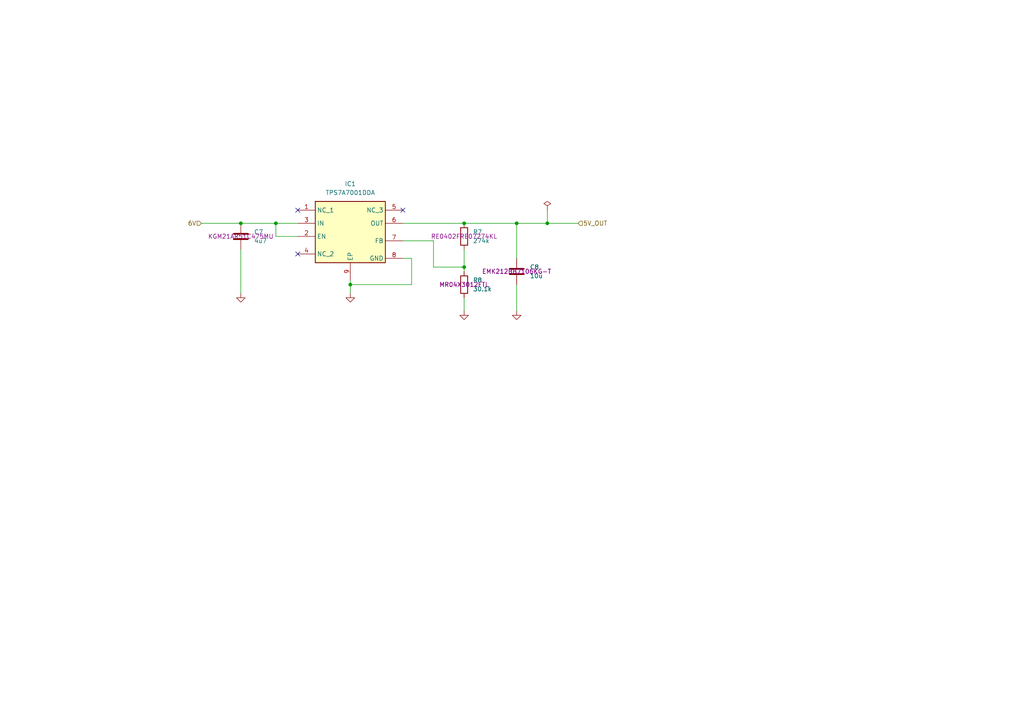
<source format=kicad_sch>
(kicad_sch
	(version 20250114)
	(generator "eeschema")
	(generator_version "9.0")
	(uuid "82e61f48-71fa-4a10-89db-1556a7eafa91")
	(paper "A4")
	(lib_symbols
		(symbol "Device:C"
			(pin_numbers
				(hide yes)
			)
			(pin_names
				(offset 0.254)
			)
			(exclude_from_sim no)
			(in_bom yes)
			(on_board yes)
			(property "Reference" "C"
				(at 0.635 2.54 0)
				(effects
					(font
						(size 1.27 1.27)
					)
					(justify left)
				)
			)
			(property "Value" "C"
				(at 0.635 -2.54 0)
				(effects
					(font
						(size 1.27 1.27)
					)
					(justify left)
				)
			)
			(property "Footprint" ""
				(at 0.9652 -3.81 0)
				(effects
					(font
						(size 1.27 1.27)
					)
					(hide yes)
				)
			)
			(property "Datasheet" "~"
				(at 0 0 0)
				(effects
					(font
						(size 1.27 1.27)
					)
					(hide yes)
				)
			)
			(property "Description" "Unpolarized capacitor"
				(at 0 0 0)
				(effects
					(font
						(size 1.27 1.27)
					)
					(hide yes)
				)
			)
			(property "ki_keywords" "cap capacitor"
				(at 0 0 0)
				(effects
					(font
						(size 1.27 1.27)
					)
					(hide yes)
				)
			)
			(property "ki_fp_filters" "C_*"
				(at 0 0 0)
				(effects
					(font
						(size 1.27 1.27)
					)
					(hide yes)
				)
			)
			(symbol "C_0_1"
				(polyline
					(pts
						(xy -2.032 0.762) (xy 2.032 0.762)
					)
					(stroke
						(width 0.508)
						(type default)
					)
					(fill
						(type none)
					)
				)
				(polyline
					(pts
						(xy -2.032 -0.762) (xy 2.032 -0.762)
					)
					(stroke
						(width 0.508)
						(type default)
					)
					(fill
						(type none)
					)
				)
			)
			(symbol "C_1_1"
				(pin passive line
					(at 0 3.81 270)
					(length 2.794)
					(name "~"
						(effects
							(font
								(size 1.27 1.27)
							)
						)
					)
					(number "1"
						(effects
							(font
								(size 1.27 1.27)
							)
						)
					)
				)
				(pin passive line
					(at 0 -3.81 90)
					(length 2.794)
					(name "~"
						(effects
							(font
								(size 1.27 1.27)
							)
						)
					)
					(number "2"
						(effects
							(font
								(size 1.27 1.27)
							)
						)
					)
				)
			)
			(embedded_fonts no)
		)
		(symbol "Device:R"
			(pin_numbers
				(hide yes)
			)
			(pin_names
				(offset 0)
			)
			(exclude_from_sim no)
			(in_bom yes)
			(on_board yes)
			(property "Reference" "R"
				(at 2.032 0 90)
				(effects
					(font
						(size 1.27 1.27)
					)
				)
			)
			(property "Value" "R"
				(at 0 0 90)
				(effects
					(font
						(size 1.27 1.27)
					)
				)
			)
			(property "Footprint" ""
				(at -1.778 0 90)
				(effects
					(font
						(size 1.27 1.27)
					)
					(hide yes)
				)
			)
			(property "Datasheet" "~"
				(at 0 0 0)
				(effects
					(font
						(size 1.27 1.27)
					)
					(hide yes)
				)
			)
			(property "Description" "Resistor"
				(at 0 0 0)
				(effects
					(font
						(size 1.27 1.27)
					)
					(hide yes)
				)
			)
			(property "ki_keywords" "R res resistor"
				(at 0 0 0)
				(effects
					(font
						(size 1.27 1.27)
					)
					(hide yes)
				)
			)
			(property "ki_fp_filters" "R_*"
				(at 0 0 0)
				(effects
					(font
						(size 1.27 1.27)
					)
					(hide yes)
				)
			)
			(symbol "R_0_1"
				(rectangle
					(start -1.016 -2.54)
					(end 1.016 2.54)
					(stroke
						(width 0.254)
						(type default)
					)
					(fill
						(type none)
					)
				)
			)
			(symbol "R_1_1"
				(pin passive line
					(at 0 3.81 270)
					(length 1.27)
					(name "~"
						(effects
							(font
								(size 1.27 1.27)
							)
						)
					)
					(number "1"
						(effects
							(font
								(size 1.27 1.27)
							)
						)
					)
				)
				(pin passive line
					(at 0 -3.81 90)
					(length 1.27)
					(name "~"
						(effects
							(font
								(size 1.27 1.27)
							)
						)
					)
					(number "2"
						(effects
							(font
								(size 1.27 1.27)
							)
						)
					)
				)
			)
			(embedded_fonts no)
		)
		(symbol "Smart_helmet:TPS7A7001DDA"
			(exclude_from_sim no)
			(in_bom yes)
			(on_board yes)
			(property "Reference" "IC"
				(at 26.67 7.62 0)
				(effects
					(font
						(size 1.27 1.27)
					)
					(justify left top)
				)
			)
			(property "Value" "TPS7A7001DDA"
				(at 26.67 5.08 0)
				(effects
					(font
						(size 1.27 1.27)
					)
					(justify left top)
				)
			)
			(property "Footprint" "SOIC127P600X170-9N"
				(at 26.67 -94.92 0)
				(effects
					(font
						(size 1.27 1.27)
					)
					(justify left top)
					(hide yes)
				)
			)
			(property "Datasheet" "http://www.ti.com/lit/gpn/tps7a7001"
				(at 26.67 -194.92 0)
				(effects
					(font
						(size 1.27 1.27)
					)
					(justify left top)
					(hide yes)
				)
			)
			(property "Description" "Very Low Input, Very Low Dropout, 2-A Regulator With Enable"
				(at 0 0 0)
				(effects
					(font
						(size 1.27 1.27)
					)
					(hide yes)
				)
			)
			(property "Height" "1.7"
				(at 26.67 -394.92 0)
				(effects
					(font
						(size 1.27 1.27)
					)
					(justify left top)
					(hide yes)
				)
			)
			(property "Mouser Part Number" "595-TPS7A7001DDA"
				(at 26.67 -494.92 0)
				(effects
					(font
						(size 1.27 1.27)
					)
					(justify left top)
					(hide yes)
				)
			)
			(property "Mouser Price/Stock" "https://www.mouser.co.uk/ProductDetail/Texas-Instruments/TPS7A7001DDA?qs=xAPdowV%2FOLQw4Uvs3EI4ZQ%3D%3D"
				(at 26.67 -594.92 0)
				(effects
					(font
						(size 1.27 1.27)
					)
					(justify left top)
					(hide yes)
				)
			)
			(property "Manufacturer_Name" "Texas Instruments"
				(at 26.67 -694.92 0)
				(effects
					(font
						(size 1.27 1.27)
					)
					(justify left top)
					(hide yes)
				)
			)
			(property "Manufacturer_Part_Number" "TPS7A7001DDA"
				(at 26.67 -794.92 0)
				(effects
					(font
						(size 1.27 1.27)
					)
					(justify left top)
					(hide yes)
				)
			)
			(symbol "TPS7A7001DDA_1_1"
				(rectangle
					(start 5.08 2.54)
					(end 25.4 -15.24)
					(stroke
						(width 0.254)
						(type default)
					)
					(fill
						(type background)
					)
				)
				(pin passive line
					(at 0 0 0)
					(length 5.08)
					(name "NC_1"
						(effects
							(font
								(size 1.27 1.27)
							)
						)
					)
					(number "1"
						(effects
							(font
								(size 1.27 1.27)
							)
						)
					)
				)
				(pin passive line
					(at 0 -3.81 0)
					(length 5.08)
					(name "IN"
						(effects
							(font
								(size 1.27 1.27)
							)
						)
					)
					(number "3"
						(effects
							(font
								(size 1.27 1.27)
							)
						)
					)
				)
				(pin passive line
					(at 0 -7.62 0)
					(length 5.08)
					(name "EN"
						(effects
							(font
								(size 1.27 1.27)
							)
						)
					)
					(number "2"
						(effects
							(font
								(size 1.27 1.27)
							)
						)
					)
				)
				(pin passive line
					(at 0 -12.7 0)
					(length 5.08)
					(name "NC_2"
						(effects
							(font
								(size 1.27 1.27)
							)
						)
					)
					(number "4"
						(effects
							(font
								(size 1.27 1.27)
							)
						)
					)
				)
				(pin passive line
					(at 15.24 -20.32 90)
					(length 5.08)
					(name "EP"
						(effects
							(font
								(size 1.27 1.27)
							)
						)
					)
					(number "9"
						(effects
							(font
								(size 1.27 1.27)
							)
						)
					)
				)
				(pin passive line
					(at 30.48 0 180)
					(length 5.08)
					(name "NC_3"
						(effects
							(font
								(size 1.27 1.27)
							)
						)
					)
					(number "5"
						(effects
							(font
								(size 1.27 1.27)
							)
						)
					)
				)
				(pin passive line
					(at 30.48 -3.81 180)
					(length 5.08)
					(name "OUT"
						(effects
							(font
								(size 1.27 1.27)
							)
						)
					)
					(number "6"
						(effects
							(font
								(size 1.27 1.27)
							)
						)
					)
				)
				(pin passive line
					(at 30.48 -8.89 180)
					(length 5.08)
					(name "FB"
						(effects
							(font
								(size 1.27 1.27)
							)
						)
					)
					(number "7"
						(effects
							(font
								(size 1.27 1.27)
							)
						)
					)
				)
				(pin passive line
					(at 30.48 -13.97 180)
					(length 5.08)
					(name "GND"
						(effects
							(font
								(size 1.27 1.27)
							)
						)
					)
					(number "8"
						(effects
							(font
								(size 1.27 1.27)
							)
						)
					)
				)
			)
			(embedded_fonts no)
		)
		(symbol "power:GND"
			(power)
			(pin_numbers
				(hide yes)
			)
			(pin_names
				(offset 0)
				(hide yes)
			)
			(exclude_from_sim no)
			(in_bom yes)
			(on_board yes)
			(property "Reference" "#PWR"
				(at 0 -6.35 0)
				(effects
					(font
						(size 1.27 1.27)
					)
					(hide yes)
				)
			)
			(property "Value" "GND"
				(at 0 -3.81 0)
				(effects
					(font
						(size 1.27 1.27)
					)
				)
			)
			(property "Footprint" ""
				(at 0 0 0)
				(effects
					(font
						(size 1.27 1.27)
					)
					(hide yes)
				)
			)
			(property "Datasheet" ""
				(at 0 0 0)
				(effects
					(font
						(size 1.27 1.27)
					)
					(hide yes)
				)
			)
			(property "Description" "Power symbol creates a global label with name \"GND\" , ground"
				(at 0 0 0)
				(effects
					(font
						(size 1.27 1.27)
					)
					(hide yes)
				)
			)
			(property "ki_keywords" "global power"
				(at 0 0 0)
				(effects
					(font
						(size 1.27 1.27)
					)
					(hide yes)
				)
			)
			(symbol "GND_0_1"
				(polyline
					(pts
						(xy 0 0) (xy 0 -1.27) (xy 1.27 -1.27) (xy 0 -2.54) (xy -1.27 -1.27) (xy 0 -1.27)
					)
					(stroke
						(width 0)
						(type default)
					)
					(fill
						(type none)
					)
				)
			)
			(symbol "GND_1_1"
				(pin power_in line
					(at 0 0 270)
					(length 0)
					(name "~"
						(effects
							(font
								(size 1.27 1.27)
							)
						)
					)
					(number "1"
						(effects
							(font
								(size 1.27 1.27)
							)
						)
					)
				)
			)
			(embedded_fonts no)
		)
		(symbol "power:PWR_FLAG"
			(power)
			(pin_numbers
				(hide yes)
			)
			(pin_names
				(offset 0)
				(hide yes)
			)
			(exclude_from_sim no)
			(in_bom yes)
			(on_board yes)
			(property "Reference" "#FLG"
				(at 0 1.905 0)
				(effects
					(font
						(size 1.27 1.27)
					)
					(hide yes)
				)
			)
			(property "Value" "PWR_FLAG"
				(at 0 3.81 0)
				(effects
					(font
						(size 1.27 1.27)
					)
				)
			)
			(property "Footprint" ""
				(at 0 0 0)
				(effects
					(font
						(size 1.27 1.27)
					)
					(hide yes)
				)
			)
			(property "Datasheet" "~"
				(at 0 0 0)
				(effects
					(font
						(size 1.27 1.27)
					)
					(hide yes)
				)
			)
			(property "Description" "Special symbol for telling ERC where power comes from"
				(at 0 0 0)
				(effects
					(font
						(size 1.27 1.27)
					)
					(hide yes)
				)
			)
			(property "ki_keywords" "flag power"
				(at 0 0 0)
				(effects
					(font
						(size 1.27 1.27)
					)
					(hide yes)
				)
			)
			(symbol "PWR_FLAG_0_0"
				(pin power_out line
					(at 0 0 90)
					(length 0)
					(name "~"
						(effects
							(font
								(size 1.27 1.27)
							)
						)
					)
					(number "1"
						(effects
							(font
								(size 1.27 1.27)
							)
						)
					)
				)
			)
			(symbol "PWR_FLAG_0_1"
				(polyline
					(pts
						(xy 0 0) (xy 0 1.27) (xy -1.016 1.905) (xy 0 2.54) (xy 1.016 1.905) (xy 0 1.27)
					)
					(stroke
						(width 0)
						(type default)
					)
					(fill
						(type none)
					)
				)
			)
			(embedded_fonts no)
		)
	)
	(junction
		(at 134.62 77.47)
		(diameter 0)
		(color 0 0 0 0)
		(uuid "26327b19-a8d8-4ab8-9e7e-ee935c2a51de")
	)
	(junction
		(at 101.6 82.55)
		(diameter 0)
		(color 0 0 0 0)
		(uuid "2ba2711b-b32f-49a9-ba57-b4209ce8ea77")
	)
	(junction
		(at 80.01 64.77)
		(diameter 0)
		(color 0 0 0 0)
		(uuid "706f6424-0c91-441f-b8e9-57f499000e3f")
	)
	(junction
		(at 69.85 64.77)
		(diameter 0)
		(color 0 0 0 0)
		(uuid "8c0e99df-a0f9-4b39-a017-3ca8b4f382bf")
	)
	(junction
		(at 134.62 64.77)
		(diameter 0)
		(color 0 0 0 0)
		(uuid "b31979f6-5487-4b90-9a9f-b3e109ff3437")
	)
	(junction
		(at 149.86 64.77)
		(diameter 0)
		(color 0 0 0 0)
		(uuid "b70dc29f-9f4e-4c95-a0be-9428d39804f5")
	)
	(junction
		(at 158.75 64.77)
		(diameter 0)
		(color 0 0 0 0)
		(uuid "c4953be4-4ff0-4cee-99be-563a10b1b8c6")
	)
	(no_connect
		(at 116.84 60.96)
		(uuid "3564b847-11a8-4e11-9db3-4d0dda5d7a33")
	)
	(no_connect
		(at 86.36 73.66)
		(uuid "5ba1176e-8e00-4a15-9e96-178718be37a8")
	)
	(no_connect
		(at 86.36 60.96)
		(uuid "c2cc06d8-9ba6-41b0-b9d8-483167157b0b")
	)
	(wire
		(pts
			(xy 125.73 77.47) (xy 134.62 77.47)
		)
		(stroke
			(width 0)
			(type default)
		)
		(uuid "09031f33-5b58-4811-b7a5-c1bf5194e7aa")
	)
	(wire
		(pts
			(xy 158.75 64.77) (xy 167.64 64.77)
		)
		(stroke
			(width 0)
			(type default)
		)
		(uuid "2878b3aa-c59d-4d94-b348-f55d7e7096cc")
	)
	(wire
		(pts
			(xy 119.38 82.55) (xy 101.6 82.55)
		)
		(stroke
			(width 0)
			(type default)
		)
		(uuid "2a86f5d2-4844-4068-8862-c6c624c8eb6c")
	)
	(wire
		(pts
			(xy 101.6 81.28) (xy 101.6 82.55)
		)
		(stroke
			(width 0)
			(type default)
		)
		(uuid "3ee1491b-7cb4-4574-aa12-0701e73cc141")
	)
	(wire
		(pts
			(xy 125.73 69.85) (xy 125.73 77.47)
		)
		(stroke
			(width 0)
			(type default)
		)
		(uuid "4de57561-8330-4f37-b07a-75b21f116ad6")
	)
	(wire
		(pts
			(xy 80.01 68.58) (xy 80.01 64.77)
		)
		(stroke
			(width 0)
			(type default)
		)
		(uuid "58ba99b2-1b5b-43e4-8373-3f0fd9a0d0af")
	)
	(wire
		(pts
			(xy 69.85 64.77) (xy 80.01 64.77)
		)
		(stroke
			(width 0)
			(type default)
		)
		(uuid "72192057-ebee-4073-abfe-13f41b719a33")
	)
	(wire
		(pts
			(xy 119.38 74.93) (xy 119.38 82.55)
		)
		(stroke
			(width 0)
			(type default)
		)
		(uuid "93f07a0f-be96-48b9-aa49-5964628d3262")
	)
	(wire
		(pts
			(xy 149.86 64.77) (xy 149.86 74.93)
		)
		(stroke
			(width 0)
			(type default)
		)
		(uuid "ad188e00-349d-4387-b794-a1536d3c1050")
	)
	(wire
		(pts
			(xy 134.62 86.36) (xy 134.62 90.17)
		)
		(stroke
			(width 0)
			(type default)
		)
		(uuid "c1ee9044-67c2-4314-9a02-7446d2e92e03")
	)
	(wire
		(pts
			(xy 116.84 64.77) (xy 134.62 64.77)
		)
		(stroke
			(width 0)
			(type default)
		)
		(uuid "c36baf60-f5e7-4fc5-992c-8f9bbb3cda3b")
	)
	(wire
		(pts
			(xy 134.62 72.39) (xy 134.62 77.47)
		)
		(stroke
			(width 0)
			(type default)
		)
		(uuid "caa47856-0302-4546-8785-f7ef7dd25f72")
	)
	(wire
		(pts
			(xy 149.86 64.77) (xy 158.75 64.77)
		)
		(stroke
			(width 0)
			(type default)
		)
		(uuid "d1a9de86-a252-4788-b450-a49a8c96c896")
	)
	(wire
		(pts
			(xy 86.36 68.58) (xy 80.01 68.58)
		)
		(stroke
			(width 0)
			(type default)
		)
		(uuid "d247bcd0-6329-4ac8-a86f-a3254d85a1ba")
	)
	(wire
		(pts
			(xy 134.62 77.47) (xy 134.62 78.74)
		)
		(stroke
			(width 0)
			(type default)
		)
		(uuid "deb3ddb3-902b-49cb-8358-1fdfeb6f060e")
	)
	(wire
		(pts
			(xy 158.75 60.96) (xy 158.75 64.77)
		)
		(stroke
			(width 0)
			(type default)
		)
		(uuid "e28b4a5d-4f63-444e-a284-0052c34deebc")
	)
	(wire
		(pts
			(xy 69.85 72.39) (xy 69.85 85.09)
		)
		(stroke
			(width 0)
			(type default)
		)
		(uuid "ea632944-2666-4597-a24a-ebbc1d410218")
	)
	(wire
		(pts
			(xy 80.01 64.77) (xy 86.36 64.77)
		)
		(stroke
			(width 0)
			(type default)
		)
		(uuid "eb9933b2-bcd0-46ef-a43b-38a5ca908c81")
	)
	(wire
		(pts
			(xy 58.42 64.77) (xy 69.85 64.77)
		)
		(stroke
			(width 0)
			(type default)
		)
		(uuid "eebcc3b8-b947-4a18-aed8-d742b04b577e")
	)
	(wire
		(pts
			(xy 116.84 69.85) (xy 125.73 69.85)
		)
		(stroke
			(width 0)
			(type default)
		)
		(uuid "f47e790e-0044-409a-a907-e6bd344e1db6")
	)
	(wire
		(pts
			(xy 116.84 74.93) (xy 119.38 74.93)
		)
		(stroke
			(width 0)
			(type default)
		)
		(uuid "f7a086c8-da60-47a8-812a-3f4d60237dd8")
	)
	(wire
		(pts
			(xy 101.6 82.55) (xy 101.6 85.09)
		)
		(stroke
			(width 0)
			(type default)
		)
		(uuid "fc8cd696-6cfa-4cea-a3e3-412867bf92cc")
	)
	(wire
		(pts
			(xy 149.86 82.55) (xy 149.86 90.17)
		)
		(stroke
			(width 0)
			(type default)
		)
		(uuid "fd5b752a-4e12-4b87-87cc-49127232118b")
	)
	(wire
		(pts
			(xy 134.62 64.77) (xy 149.86 64.77)
		)
		(stroke
			(width 0)
			(type default)
		)
		(uuid "ffdcb2a1-988b-4eaa-9c2d-39a189ccd741")
	)
	(hierarchical_label "6V"
		(shape input)
		(at 58.42 64.77 180)
		(effects
			(font
				(size 1.27 1.27)
			)
			(justify right)
		)
		(uuid "dfd6fe43-109c-4c41-9c7a-71cf8383a344")
	)
	(hierarchical_label "5V_OUT"
		(shape input)
		(at 167.64 64.77 0)
		(effects
			(font
				(size 1.27 1.27)
			)
			(justify left)
		)
		(uuid "ec70d483-7446-459f-a54b-18e5c3a06ed0")
	)
	(symbol
		(lib_id "power:GND")
		(at 101.6 85.09 0)
		(unit 1)
		(exclude_from_sim no)
		(in_bom yes)
		(on_board yes)
		(dnp no)
		(fields_autoplaced yes)
		(uuid "30680ca4-e8a7-49e2-af93-34e9fc347662")
		(property "Reference" "#PWR011"
			(at 101.6 91.44 0)
			(effects
				(font
					(size 1.27 1.27)
				)
				(hide yes)
			)
		)
		(property "Value" "GND"
			(at 101.6 90.17 0)
			(effects
				(font
					(size 1.27 1.27)
				)
				(hide yes)
			)
		)
		(property "Footprint" ""
			(at 101.6 85.09 0)
			(effects
				(font
					(size 1.27 1.27)
				)
				(hide yes)
			)
		)
		(property "Datasheet" ""
			(at 101.6 85.09 0)
			(effects
				(font
					(size 1.27 1.27)
				)
				(hide yes)
			)
		)
		(property "Description" "Power symbol creates a global label with name \"GND\" , ground"
			(at 101.6 85.09 0)
			(effects
				(font
					(size 1.27 1.27)
				)
				(hide yes)
			)
		)
		(pin "1"
			(uuid "ef96d25e-5de2-4a59-a6f8-42b47ac1668f")
		)
		(instances
			(project "Smart_helmet_BUIFER"
				(path "/7f96c659-7623-4641-9656-bc143c7b2776/4cc6a8f5-d837-4c36-9913-593a76dd5c92"
					(reference "#PWR011")
					(unit 1)
				)
			)
			(project "Smart_helmet_BUIFER"
				(path "/e950c836-2ece-4891-a061-955f7c5826a5/a1c72f88-91f9-407f-aedb-3ffa5df6bd7d"
					(reference "#PWR?")
					(unit 1)
				)
			)
		)
	)
	(symbol
		(lib_id "Device:C")
		(at 69.85 68.58 0)
		(unit 1)
		(exclude_from_sim no)
		(in_bom yes)
		(on_board yes)
		(dnp no)
		(fields_autoplaced yes)
		(uuid "4e851440-6904-4fc7-bdfb-748d3586a8f9")
		(property "Reference" "C7"
			(at 73.66 67.3099 0)
			(effects
				(font
					(size 1.27 1.27)
				)
				(justify left)
			)
		)
		(property "Value" "4u7"
			(at 73.66 69.8499 0)
			(effects
				(font
					(size 1.27 1.27)
				)
				(justify left)
			)
		)
		(property "Footprint" "Capacitor_SMD:C_0805_2012Metric_Pad1.18x1.45mm_HandSolder"
			(at 70.8152 72.39 0)
			(effects
				(font
					(size 1.27 1.27)
				)
				(hide yes)
			)
		)
		(property "Datasheet" "https://eu.mouser.com/ProductDetail/KYOCERA-AVX/KGM21AR51C475MU?qs=OcgtsXO%252B3gtdJdTomUBKIg%3D%3D"
			(at 69.85 68.58 0)
			(effects
				(font
					(size 1.27 1.27)
				)
				(hide yes)
			)
		)
		(property "Description" "Unpolarized capacitor"
			(at 69.85 68.58 0)
			(effects
				(font
					(size 1.27 1.27)
				)
				(hide yes)
			)
		)
		(property "Manufacturer_Part_Number" "KGM21AR51C475MU"
			(at 69.85 68.58 0)
			(effects
				(font
					(size 1.27 1.27)
				)
			)
		)
		(pin "1"
			(uuid "23bc2370-2662-4124-919e-b5b22867aea8")
		)
		(pin "2"
			(uuid "39b2ffe3-4579-4549-ad09-64caf70c56e5")
		)
		(instances
			(project ""
				(path "/7f96c659-7623-4641-9656-bc143c7b2776/4cc6a8f5-d837-4c36-9913-593a76dd5c92"
					(reference "C7")
					(unit 1)
				)
			)
			(project ""
				(path "/e950c836-2ece-4891-a061-955f7c5826a5/a1c72f88-91f9-407f-aedb-3ffa5df6bd7d"
					(reference "C?")
					(unit 1)
				)
			)
		)
	)
	(symbol
		(lib_id "power:GND")
		(at 134.62 90.17 0)
		(unit 1)
		(exclude_from_sim no)
		(in_bom yes)
		(on_board yes)
		(dnp no)
		(fields_autoplaced yes)
		(uuid "6bcfb5b1-794a-4586-b143-b51936bd1083")
		(property "Reference" "#PWR012"
			(at 134.62 96.52 0)
			(effects
				(font
					(size 1.27 1.27)
				)
				(hide yes)
			)
		)
		(property "Value" "GND"
			(at 134.62 95.25 0)
			(effects
				(font
					(size 1.27 1.27)
				)
				(hide yes)
			)
		)
		(property "Footprint" ""
			(at 134.62 90.17 0)
			(effects
				(font
					(size 1.27 1.27)
				)
				(hide yes)
			)
		)
		(property "Datasheet" ""
			(at 134.62 90.17 0)
			(effects
				(font
					(size 1.27 1.27)
				)
				(hide yes)
			)
		)
		(property "Description" "Power symbol creates a global label with name \"GND\" , ground"
			(at 134.62 90.17 0)
			(effects
				(font
					(size 1.27 1.27)
				)
				(hide yes)
			)
		)
		(pin "1"
			(uuid "244f9a39-adee-419b-a897-01aec23d7d26")
		)
		(instances
			(project "Smart_helmet_BUIFER"
				(path "/7f96c659-7623-4641-9656-bc143c7b2776/4cc6a8f5-d837-4c36-9913-593a76dd5c92"
					(reference "#PWR012")
					(unit 1)
				)
			)
			(project "Smart_helmet_BUIFER"
				(path "/e950c836-2ece-4891-a061-955f7c5826a5/a1c72f88-91f9-407f-aedb-3ffa5df6bd7d"
					(reference "#PWR?")
					(unit 1)
				)
			)
		)
	)
	(symbol
		(lib_id "Smart_helmet:TPS7A7001DDA")
		(at 86.36 60.96 0)
		(unit 1)
		(exclude_from_sim no)
		(in_bom yes)
		(on_board yes)
		(dnp no)
		(fields_autoplaced yes)
		(uuid "7a9f8927-72ae-45f8-abd3-87ef8893ba02")
		(property "Reference" "IC1"
			(at 101.6 53.34 0)
			(effects
				(font
					(size 1.27 1.27)
				)
			)
		)
		(property "Value" "TPS7A7001DDA"
			(at 101.6 55.88 0)
			(effects
				(font
					(size 1.27 1.27)
				)
			)
		)
		(property "Footprint" "pcb_front_footprints:LDO_5V"
			(at 113.03 155.88 0)
			(effects
				(font
					(size 1.27 1.27)
				)
				(justify left top)
				(hide yes)
			)
		)
		(property "Datasheet" "http://www.ti.com/lit/gpn/tps7a7001"
			(at 113.03 255.88 0)
			(effects
				(font
					(size 1.27 1.27)
				)
				(justify left top)
				(hide yes)
			)
		)
		(property "Description" "Very Low Input, Very Low Dropout, 2-A Regulator With Enable"
			(at 86.36 60.96 0)
			(effects
				(font
					(size 1.27 1.27)
				)
				(hide yes)
			)
		)
		(property "Height" "1.7"
			(at 113.03 455.88 0)
			(effects
				(font
					(size 1.27 1.27)
				)
				(justify left top)
				(hide yes)
			)
		)
		(property "Mouser Part Number" "595-TPS7A7001DDA"
			(at 113.03 555.88 0)
			(effects
				(font
					(size 1.27 1.27)
				)
				(justify left top)
				(hide yes)
			)
		)
		(property "Mouser Price/Stock" "https://www.mouser.co.uk/ProductDetail/Texas-Instruments/TPS7A7001DDA?qs=xAPdowV%2FOLQw4Uvs3EI4ZQ%3D%3D"
			(at 113.03 655.88 0)
			(effects
				(font
					(size 1.27 1.27)
				)
				(justify left top)
				(hide yes)
			)
		)
		(property "Manufacturer_Name" "Texas Instruments"
			(at 113.03 755.88 0)
			(effects
				(font
					(size 1.27 1.27)
				)
				(justify left top)
				(hide yes)
			)
		)
		(property "Manufacturer_Part_Number" "TPS7A7001DDA"
			(at 113.03 855.88 0)
			(effects
				(font
					(size 1.27 1.27)
				)
				(justify left top)
				(hide yes)
			)
		)
		(pin "2"
			(uuid "91b0f8a1-23d6-4475-b36f-fc1f75c1eea1")
		)
		(pin "9"
			(uuid "2ad62167-17c6-4520-b1e1-084186b3bc2c")
		)
		(pin "5"
			(uuid "bec9e912-24a8-450c-a737-bb3cdc54b566")
		)
		(pin "1"
			(uuid "fba65337-2369-4161-9ae3-4cf05184fe0b")
		)
		(pin "8"
			(uuid "6ce6f41f-3f17-4331-80e8-32d2dd5075ea")
		)
		(pin "7"
			(uuid "8f8207b7-1262-449a-a66f-0e4882eb7e12")
		)
		(pin "6"
			(uuid "dfb5bc44-d31b-4202-9ff7-45dcc245c269")
		)
		(pin "4"
			(uuid "da788d1d-c0de-452a-b555-70d4a4bbab2c")
		)
		(pin "3"
			(uuid "dac6f7ab-bf2f-42f2-aa02-91a8565b7628")
		)
		(instances
			(project ""
				(path "/7f96c659-7623-4641-9656-bc143c7b2776/4cc6a8f5-d837-4c36-9913-593a76dd5c92"
					(reference "IC1")
					(unit 1)
				)
			)
			(project ""
				(path "/e950c836-2ece-4891-a061-955f7c5826a5/a1c72f88-91f9-407f-aedb-3ffa5df6bd7d"
					(reference "IC?")
					(unit 1)
				)
			)
		)
	)
	(symbol
		(lib_id "power:GND")
		(at 69.85 85.09 0)
		(unit 1)
		(exclude_from_sim no)
		(in_bom yes)
		(on_board yes)
		(dnp no)
		(fields_autoplaced yes)
		(uuid "8a0128e0-706b-47e4-ab97-0030794af146")
		(property "Reference" "#PWR010"
			(at 69.85 91.44 0)
			(effects
				(font
					(size 1.27 1.27)
				)
				(hide yes)
			)
		)
		(property "Value" "GND"
			(at 69.85 90.17 0)
			(effects
				(font
					(size 1.27 1.27)
				)
				(hide yes)
			)
		)
		(property "Footprint" ""
			(at 69.85 85.09 0)
			(effects
				(font
					(size 1.27 1.27)
				)
				(hide yes)
			)
		)
		(property "Datasheet" ""
			(at 69.85 85.09 0)
			(effects
				(font
					(size 1.27 1.27)
				)
				(hide yes)
			)
		)
		(property "Description" "Power symbol creates a global label with name \"GND\" , ground"
			(at 69.85 85.09 0)
			(effects
				(font
					(size 1.27 1.27)
				)
				(hide yes)
			)
		)
		(pin "1"
			(uuid "9f892ab9-9aff-4393-9e3c-1f4dec9d4f80")
		)
		(instances
			(project "Smart_helmet_BUIFER"
				(path "/7f96c659-7623-4641-9656-bc143c7b2776/4cc6a8f5-d837-4c36-9913-593a76dd5c92"
					(reference "#PWR010")
					(unit 1)
				)
			)
			(project "Smart_helmet_BUIFER"
				(path "/e950c836-2ece-4891-a061-955f7c5826a5/a1c72f88-91f9-407f-aedb-3ffa5df6bd7d"
					(reference "#PWR?")
					(unit 1)
				)
			)
		)
	)
	(symbol
		(lib_id "Device:R")
		(at 134.62 82.55 0)
		(unit 1)
		(exclude_from_sim no)
		(in_bom yes)
		(on_board yes)
		(dnp no)
		(fields_autoplaced yes)
		(uuid "abb6d718-1eee-4ca0-943b-73cce3d1eeaa")
		(property "Reference" "R8"
			(at 137.16 81.2799 0)
			(effects
				(font
					(size 1.27 1.27)
				)
				(justify left)
			)
		)
		(property "Value" "30.1k"
			(at 137.16 83.8199 0)
			(effects
				(font
					(size 1.27 1.27)
				)
				(justify left)
			)
		)
		(property "Footprint" "Resistor_SMD:R_0402_1005Metric_Pad0.72x0.64mm_HandSolder"
			(at 132.842 82.55 90)
			(effects
				(font
					(size 1.27 1.27)
				)
				(hide yes)
			)
		)
		(property "Datasheet" "https://eu.mouser.com/ProductDetail/Walsin/MR04X3012FTL?qs=sGAEpiMZZMvdGkrng054twq3eZrCFN898uHe1qdsAWDxdGhxY0nu3Q%3D%3D"
			(at 134.62 82.55 0)
			(effects
				(font
					(size 1.27 1.27)
				)
				(hide yes)
			)
		)
		(property "Description" "Resistor"
			(at 134.62 82.55 0)
			(effects
				(font
					(size 1.27 1.27)
				)
				(hide yes)
			)
		)
		(property "Manufacturer_Part_Number" "MR04X3012FTL"
			(at 134.62 82.55 0)
			(effects
				(font
					(size 1.27 1.27)
				)
			)
		)
		(pin "1"
			(uuid "52152b63-1214-40e7-8297-81bc3bc8e0f3")
		)
		(pin "2"
			(uuid "0e10f1d3-6eac-4cae-b1ed-ba29ce2b74f1")
		)
		(instances
			(project ""
				(path "/7f96c659-7623-4641-9656-bc143c7b2776/4cc6a8f5-d837-4c36-9913-593a76dd5c92"
					(reference "R8")
					(unit 1)
				)
			)
			(project ""
				(path "/e950c836-2ece-4891-a061-955f7c5826a5/a1c72f88-91f9-407f-aedb-3ffa5df6bd7d"
					(reference "R?")
					(unit 1)
				)
			)
		)
	)
	(symbol
		(lib_id "power:PWR_FLAG")
		(at 158.75 60.96 0)
		(unit 1)
		(exclude_from_sim no)
		(in_bom yes)
		(on_board yes)
		(dnp no)
		(fields_autoplaced yes)
		(uuid "d9a1d8a1-9fab-4038-86a1-772af82cc137")
		(property "Reference" "#FLG02"
			(at 158.75 59.055 0)
			(effects
				(font
					(size 1.27 1.27)
				)
				(hide yes)
			)
		)
		(property "Value" "PWR_FLAG"
			(at 158.75 55.88 0)
			(effects
				(font
					(size 1.27 1.27)
				)
				(hide yes)
			)
		)
		(property "Footprint" ""
			(at 158.75 60.96 0)
			(effects
				(font
					(size 1.27 1.27)
				)
				(hide yes)
			)
		)
		(property "Datasheet" "~"
			(at 158.75 60.96 0)
			(effects
				(font
					(size 1.27 1.27)
				)
				(hide yes)
			)
		)
		(property "Description" "Special symbol for telling ERC where power comes from"
			(at 158.75 60.96 0)
			(effects
				(font
					(size 1.27 1.27)
				)
				(hide yes)
			)
		)
		(pin "1"
			(uuid "c45c0a2b-0ba9-41a3-9c0e-a71454a3fa9c")
		)
		(instances
			(project "Smart_helmet_BUIFER"
				(path "/7f96c659-7623-4641-9656-bc143c7b2776/4cc6a8f5-d837-4c36-9913-593a76dd5c92"
					(reference "#FLG02")
					(unit 1)
				)
			)
			(project "Smart_helmet_BUIFER"
				(path "/e950c836-2ece-4891-a061-955f7c5826a5/a1c72f88-91f9-407f-aedb-3ffa5df6bd7d"
					(reference "#FLG?")
					(unit 1)
				)
			)
		)
	)
	(symbol
		(lib_id "power:GND")
		(at 149.86 90.17 0)
		(unit 1)
		(exclude_from_sim no)
		(in_bom yes)
		(on_board yes)
		(dnp no)
		(fields_autoplaced yes)
		(uuid "e355a924-3b9c-4e1c-9a35-2d85b7047604")
		(property "Reference" "#PWR013"
			(at 149.86 96.52 0)
			(effects
				(font
					(size 1.27 1.27)
				)
				(hide yes)
			)
		)
		(property "Value" "GND"
			(at 149.86 95.25 0)
			(effects
				(font
					(size 1.27 1.27)
				)
				(hide yes)
			)
		)
		(property "Footprint" ""
			(at 149.86 90.17 0)
			(effects
				(font
					(size 1.27 1.27)
				)
				(hide yes)
			)
		)
		(property "Datasheet" ""
			(at 149.86 90.17 0)
			(effects
				(font
					(size 1.27 1.27)
				)
				(hide yes)
			)
		)
		(property "Description" "Power symbol creates a global label with name \"GND\" , ground"
			(at 149.86 90.17 0)
			(effects
				(font
					(size 1.27 1.27)
				)
				(hide yes)
			)
		)
		(pin "1"
			(uuid "489d0aad-e072-4b38-9eb6-00413e87d91d")
		)
		(instances
			(project "Smart_helmet_BUIFER"
				(path "/7f96c659-7623-4641-9656-bc143c7b2776/4cc6a8f5-d837-4c36-9913-593a76dd5c92"
					(reference "#PWR013")
					(unit 1)
				)
			)
			(project "Smart_helmet_BUIFER"
				(path "/e950c836-2ece-4891-a061-955f7c5826a5/a1c72f88-91f9-407f-aedb-3ffa5df6bd7d"
					(reference "#PWR?")
					(unit 1)
				)
			)
		)
	)
	(symbol
		(lib_id "Device:C")
		(at 149.86 78.74 0)
		(unit 1)
		(exclude_from_sim no)
		(in_bom yes)
		(on_board yes)
		(dnp no)
		(fields_autoplaced yes)
		(uuid "e729e71a-16d1-49b4-9174-64b3a374757e")
		(property "Reference" "C8"
			(at 153.67 77.4699 0)
			(effects
				(font
					(size 1.27 1.27)
				)
				(justify left)
			)
		)
		(property "Value" "10u"
			(at 153.67 80.0099 0)
			(effects
				(font
					(size 1.27 1.27)
				)
				(justify left)
			)
		)
		(property "Footprint" "Capacitor_SMD:C_0805_2012Metric_Pad1.18x1.45mm_HandSolder"
			(at 150.8252 82.55 0)
			(effects
				(font
					(size 1.27 1.27)
				)
				(hide yes)
			)
		)
		(property "Datasheet" "https://eu.mouser.com/ProductDetail/Murata-Electronics/GRT21BR61C106ME01L?qs=drgMNd%252BkGPO5YIKNHoga%252Bw%3D%3D"
			(at 149.86 78.74 0)
			(effects
				(font
					(size 1.27 1.27)
				)
				(hide yes)
			)
		)
		(property "Description" "Unpolarized capacitor"
			(at 149.86 78.74 0)
			(effects
				(font
					(size 1.27 1.27)
				)
				(hide yes)
			)
		)
		(property "Manufacturer_Part_Number" "EMK212BB7106KG-T"
			(at 149.86 78.74 0)
			(effects
				(font
					(size 1.27 1.27)
				)
			)
		)
		(pin "1"
			(uuid "a6738dd0-c131-4e24-8d18-2f5082111779")
		)
		(pin "2"
			(uuid "9bc2bff0-2295-4908-a4b4-7c0d9341eee0")
		)
		(instances
			(project "Smart_helmet_BUIFER"
				(path "/7f96c659-7623-4641-9656-bc143c7b2776/4cc6a8f5-d837-4c36-9913-593a76dd5c92"
					(reference "C8")
					(unit 1)
				)
			)
			(project "Smart_helmet_BUIFER"
				(path "/e950c836-2ece-4891-a061-955f7c5826a5/a1c72f88-91f9-407f-aedb-3ffa5df6bd7d"
					(reference "C?")
					(unit 1)
				)
			)
		)
	)
	(symbol
		(lib_id "Device:R")
		(at 134.62 68.58 180)
		(unit 1)
		(exclude_from_sim no)
		(in_bom yes)
		(on_board yes)
		(dnp no)
		(fields_autoplaced yes)
		(uuid "fb08ff26-0634-4ccc-a602-be38c626e396")
		(property "Reference" "R7"
			(at 137.16 67.3099 0)
			(effects
				(font
					(size 1.27 1.27)
				)
				(justify right)
			)
		)
		(property "Value" "274k"
			(at 137.16 69.8499 0)
			(effects
				(font
					(size 1.27 1.27)
				)
				(justify right)
			)
		)
		(property "Footprint" "Resistor_SMD:R_0402_1005Metric_Pad0.72x0.64mm_HandSolder"
			(at 136.398 68.58 90)
			(effects
				(font
					(size 1.27 1.27)
				)
				(hide yes)
			)
		)
		(property "Datasheet" "https://eu.mouser.com/ProductDetail/YAGEO/RE0402FRE07274KL?qs=sGAEpiMZZMvdGkrng054t7hACl%252BKjm7M3hE6TPuArC9R4bkPUpTabQ%3D%3D"
			(at 134.62 68.58 0)
			(effects
				(font
					(size 1.27 1.27)
				)
				(hide yes)
			)
		)
		(property "Description" "Resistor"
			(at 134.62 68.58 0)
			(effects
				(font
					(size 1.27 1.27)
				)
				(hide yes)
			)
		)
		(property "Manufacturer_Part_Number" "RE0402FRE07274KL"
			(at 134.62 68.58 0)
			(effects
				(font
					(size 1.27 1.27)
				)
			)
		)
		(pin "1"
			(uuid "a6cde307-92ee-4f23-9868-7f54ed29d24d")
		)
		(pin "2"
			(uuid "be1c394a-6932-45c1-8310-2b3484442849")
		)
		(instances
			(project ""
				(path "/7f96c659-7623-4641-9656-bc143c7b2776/4cc6a8f5-d837-4c36-9913-593a76dd5c92"
					(reference "R7")
					(unit 1)
				)
			)
			(project ""
				(path "/e950c836-2ece-4891-a061-955f7c5826a5/a1c72f88-91f9-407f-aedb-3ffa5df6bd7d"
					(reference "R?")
					(unit 1)
				)
			)
		)
	)
)

</source>
